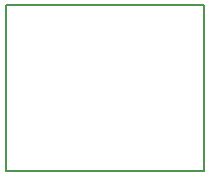
<source format=gm1>
G04*
G04 #@! TF.GenerationSoftware,Altium Limited,Altium Designer,25.5.2 (35)*
G04*
G04 Layer_Color=9798249*
%FSLAX24Y24*%
%MOIN*%
G70*
G04*
G04 #@! TF.SameCoordinates,3B20E17A-DEC6-4BF0-B8A2-CF9C5BD55609*
G04*
G04*
G04 #@! TF.FilePolarity,Positive*
G04*
G01*
G75*
%ADD12C,0.0079*%
D12*
X-3642Y-2559D02*
X2953D01*
X-3642D02*
Y2953D01*
X2953Y-2559D02*
Y2953D01*
X-3642D02*
X2953D01*
M02*

</source>
